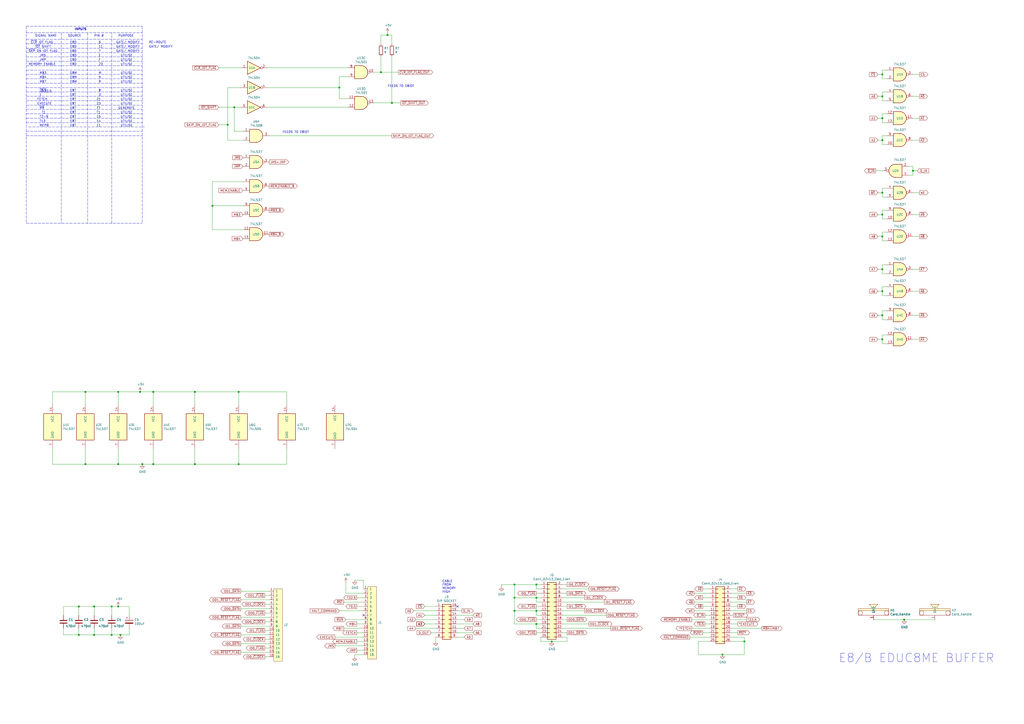
<source format=kicad_sch>
(kicad_sch (version 20211123) (generator eeschema)
  (paper "A2")
  (junction (at 138.43 227.33))
  (junction (at 298.45 354.33))
  (junction (at 113.03 269.24))
  (junction (at 511.81 81.28))
  (junction (at 64.77 351.79))
  (junction (at 135.89 62.23))
  (junction (at 45.72 368.3))
  (junction (at 123.19 119.38))
  (junction (at 529.59 99.06))
  (junction (at 49.53 269.24))
  (junction (at 49.53 227.33))
  (junction (at 88.9 227.33))
  (junction (at 511.81 156.21))
  (junction (at 511.81 196.85))
  (junction (at 132.08 72.39))
  (junction (at 68.58 227.33))
  (junction (at 311.15 346.71))
  (junction (at 113.03 227.33))
  (junction (at 82.55 269.24))
  (junction (at 220.98 41.91))
  (junction (at 138.43 269.24))
  (junction (at 311.15 354.33))
  (junction (at 511.81 68.58))
  (junction (at 511.81 124.46))
  (junction (at 419.1 379.73))
  (junction (at 88.9 269.24))
  (junction (at 68.58 269.24))
  (junction (at 68.58 351.79))
  (junction (at 54.61 368.3))
  (junction (at 524.51 359.41))
  (junction (at 81.28 227.33))
  (junction (at 511.81 137.16))
  (junction (at 320.04 372.11))
  (junction (at 311.15 361.95))
  (junction (at 511.81 55.88))
  (junction (at 69.85 368.3))
  (junction (at 311.15 339.09))
  (junction (at 431.8 372.11))
  (junction (at 196.85 50.8))
  (junction (at 511.81 182.88))
  (junction (at 298.45 339.09))
  (junction (at 224.79 20.32))
  (junction (at 298.45 346.71))
  (junction (at 511.81 43.18))
  (junction (at 54.61 351.79))
  (junction (at 511.81 111.76))
  (junction (at 511.81 168.91))
  (junction (at 227.33 59.69))
  (junction (at 64.77 368.3))
  (junction (at 45.72 351.79))
  (no_connect (at 265.43 351.79))
  (no_connect (at 210.82 356.87))
  (wire (pts (xy 320.04 372.11) (xy 313.69 372.11)))
  (wire (pts (xy 427.99 367.03) (xy 424.18 367.03)))
  (polyline (pts (xy 15.24 33.02) (xy 82.55 33.02)))
  (wire (pts (xy 514.35 78.74) (xy 511.81 78.74)))
  (wire (pts (xy 139.7 373.38) (xy 156.21 373.38)))
  (wire (pts (xy 313.69 372.11) (xy 313.69 369.57)))
  (wire (pts (xy 64.77 356.87) (xy 64.77 351.79)))
  (wire (pts (xy 401.32 359.41) (xy 411.48 359.41)))
  (polyline (pts (xy 15.24 55.88) (xy 82.55 55.88)))
  (wire (pts (xy 135.89 62.23) (xy 135.89 76.2)))
  (wire (pts (xy 246.38 356.87) (xy 252.73 356.87)))
  (wire (pts (xy 427.99 351.79) (xy 424.18 351.79)))
  (wire (pts (xy 298.45 354.33) (xy 311.15 354.33)))
  (wire (pts (xy 511.81 168.91) (xy 509.27 168.91)))
  (wire (pts (xy 227.33 33.02) (xy 227.33 59.69)))
  (wire (pts (xy 511.81 81.28) (xy 509.27 81.28)))
  (wire (pts (xy 407.67 346.71) (xy 411.48 346.71)))
  (polyline (pts (xy 15.24 68.58) (xy 82.55 68.58)))
  (wire (pts (xy 511.81 194.31) (xy 511.81 196.85)))
  (wire (pts (xy 514.35 166.37) (xy 511.81 166.37)))
  (wire (pts (xy 139.7 358.14) (xy 156.21 358.14)))
  (wire (pts (xy 311.15 349.25) (xy 311.15 346.71)))
  (wire (pts (xy 529.59 96.52) (xy 527.05 96.52)))
  (wire (pts (xy 511.81 45.72) (xy 514.35 45.72)))
  (polyline (pts (xy 15.24 50.8) (xy 82.55 50.8)))
  (wire (pts (xy 30.48 260.35) (xy 30.48 269.24)))
  (wire (pts (xy 207.01 351.79) (xy 210.82 351.79)))
  (polyline (pts (xy 15.24 78.74) (xy 82.55 78.74)))
  (wire (pts (xy 511.81 43.18) (xy 509.27 43.18)))
  (wire (pts (xy 49.53 260.35) (xy 49.53 269.24)))
  (wire (pts (xy 154.94 62.23) (xy 201.93 62.23)))
  (wire (pts (xy 326.39 346.71) (xy 339.09 346.71)))
  (polyline (pts (xy 82.55 15.24) (xy 82.55 129.54)))
  (polyline (pts (xy 15.24 63.5) (xy 82.55 63.5)))
  (wire (pts (xy 431.8 369.57) (xy 431.8 372.11)))
  (wire (pts (xy 411.48 341.63) (xy 407.67 341.63)))
  (polyline (pts (xy 15.24 15.24) (xy 82.55 15.24)))
  (wire (pts (xy 166.37 269.24) (xy 166.37 260.35)))
  (wire (pts (xy 74.93 351.79) (xy 74.93 356.87)))
  (wire (pts (xy 511.81 81.28) (xy 511.81 83.82)))
  (wire (pts (xy 328.93 339.09) (xy 326.39 339.09)))
  (wire (pts (xy 511.81 137.16) (xy 511.81 139.7)))
  (wire (pts (xy 64.77 364.49) (xy 64.77 368.3)))
  (wire (pts (xy 511.81 168.91) (xy 511.81 171.45)))
  (wire (pts (xy 529.59 99.06) (xy 529.59 96.52)))
  (wire (pts (xy 200.66 359.41) (xy 210.82 359.41)))
  (wire (pts (xy 311.15 364.49) (xy 311.15 361.95)))
  (wire (pts (xy 511.81 121.92) (xy 511.81 124.46)))
  (wire (pts (xy 154.94 50.8) (xy 196.85 50.8)))
  (wire (pts (xy 54.61 368.3) (xy 64.77 368.3)))
  (wire (pts (xy 153.67 355.6) (xy 156.21 355.6)))
  (wire (pts (xy 196.85 354.33) (xy 210.82 354.33)))
  (polyline (pts (xy 15.24 45.72) (xy 82.55 45.72)))
  (wire (pts (xy 511.81 182.88) (xy 511.81 185.42)))
  (wire (pts (xy 74.93 368.3) (xy 74.93 364.49)))
  (wire (pts (xy 313.69 346.71) (xy 311.15 346.71)))
  (wire (pts (xy 326.39 351.79) (xy 328.93 351.79)))
  (wire (pts (xy 207.01 346.71) (xy 210.82 346.71)))
  (wire (pts (xy 199.39 349.25) (xy 210.82 349.25)))
  (wire (pts (xy 113.03 227.33) (xy 88.9 227.33)))
  (wire (pts (xy 427.99 361.95) (xy 424.18 361.95)))
  (wire (pts (xy 351.79 356.87) (xy 326.39 356.87)))
  (wire (pts (xy 81.28 227.33) (xy 68.58 227.33)))
  (wire (pts (xy 298.45 361.95) (xy 298.45 354.33)))
  (wire (pts (xy 88.9 234.95) (xy 88.9 227.33)))
  (wire (pts (xy 113.03 234.95) (xy 113.03 227.33)))
  (wire (pts (xy 45.72 364.49) (xy 45.72 368.3)))
  (wire (pts (xy 274.32 356.87) (xy 265.43 356.87)))
  (wire (pts (xy 200.66 337.82) (xy 200.66 344.17)))
  (wire (pts (xy 514.35 40.64) (xy 511.81 40.64)))
  (wire (pts (xy 350.52 349.25) (xy 326.39 349.25)))
  (wire (pts (xy 326.39 344.17) (xy 328.93 344.17)))
  (wire (pts (xy 196.85 57.15) (xy 201.93 57.15)))
  (wire (pts (xy 427.99 341.63) (xy 424.18 341.63)))
  (polyline (pts (xy 15.24 22.86) (xy 82.55 22.86)))
  (polyline (pts (xy 16.51 73.66) (xy 83.82 73.66)))
  (wire (pts (xy 36.83 356.87) (xy 36.83 351.79)))
  (wire (pts (xy 401.32 364.49) (xy 411.48 364.49)))
  (wire (pts (xy 311.15 339.09) (xy 313.69 339.09)))
  (wire (pts (xy 405.13 372.11) (xy 405.13 379.73)))
  (wire (pts (xy 511.81 171.45) (xy 514.35 171.45)))
  (wire (pts (xy 511.81 78.74) (xy 511.81 81.28)))
  (polyline (pts (xy 50.8 19.05) (xy 50.8 129.54)))
  (wire (pts (xy 511.81 196.85) (xy 509.27 196.85)))
  (wire (pts (xy 433.07 344.17) (xy 424.18 344.17)))
  (wire (pts (xy 68.58 351.79) (xy 74.93 351.79)))
  (wire (pts (xy 511.81 55.88) (xy 509.27 55.88)))
  (wire (pts (xy 354.33 364.49) (xy 326.39 364.49)))
  (polyline (pts (xy 15.24 66.04) (xy 82.55 66.04)))
  (wire (pts (xy 246.38 361.95) (xy 252.73 361.95)))
  (wire (pts (xy 529.59 137.16) (xy 533.4 137.16)))
  (wire (pts (xy 113.03 269.24) (xy 138.43 269.24)))
  (wire (pts (xy 311.15 361.95) (xy 298.45 361.95)))
  (polyline (pts (xy 35.56 19.05) (xy 35.56 129.54)))
  (wire (pts (xy 49.53 227.33) (xy 30.48 227.33)))
  (wire (pts (xy 514.35 134.62) (xy 511.81 134.62)))
  (wire (pts (xy 326.39 354.33) (xy 339.09 354.33)))
  (wire (pts (xy 529.59 101.6) (xy 529.59 99.06)))
  (wire (pts (xy 36.83 364.49) (xy 36.83 368.3)))
  (wire (pts (xy 511.81 66.04) (xy 511.81 68.58)))
  (wire (pts (xy 441.96 364.49) (xy 424.18 364.49)))
  (wire (pts (xy 509.27 68.58) (xy 511.81 68.58)))
  (wire (pts (xy 224.79 20.32) (xy 220.98 20.32)))
  (wire (pts (xy 328.93 369.57) (xy 328.93 372.11)))
  (wire (pts (xy 311.15 359.41) (xy 313.69 359.41)))
  (wire (pts (xy 511.81 182.88) (xy 509.27 182.88)))
  (wire (pts (xy 529.59 111.76) (xy 533.4 111.76)))
  (wire (pts (xy 274.32 361.95) (xy 265.43 361.95)))
  (wire (pts (xy 529.59 168.91) (xy 533.4 168.91)))
  (wire (pts (xy 127 39.37) (xy 139.7 39.37)))
  (wire (pts (xy 68.58 260.35) (xy 68.58 269.24)))
  (wire (pts (xy 511.81 43.18) (xy 511.81 45.72)))
  (wire (pts (xy 514.35 53.34) (xy 511.81 53.34)))
  (polyline (pts (xy 15.24 30.48) (xy 82.55 30.48)))
  (wire (pts (xy 424.18 359.41) (xy 433.07 359.41)))
  (wire (pts (xy 153.67 365.76) (xy 156.21 365.76)))
  (wire (pts (xy 411.48 372.11) (xy 405.13 372.11)))
  (wire (pts (xy 138.43 234.95) (xy 138.43 227.33)))
  (wire (pts (xy 529.59 99.06) (xy 532.13 99.06)))
  (wire (pts (xy 313.69 361.95) (xy 311.15 361.95)))
  (wire (pts (xy 400.05 369.57) (xy 411.48 369.57)))
  (wire (pts (xy 326.39 361.95) (xy 341.63 361.95)))
  (wire (pts (xy 298.45 339.09) (xy 290.83 339.09)))
  (wire (pts (xy 313.69 356.87) (xy 311.15 356.87)))
  (wire (pts (xy 511.81 199.39) (xy 514.35 199.39)))
  (polyline (pts (xy 15.24 71.12) (xy 82.55 71.12)))
  (wire (pts (xy 217.17 41.91) (xy 220.98 41.91)))
  (wire (pts (xy 123.19 105.41) (xy 123.19 119.38)))
  (wire (pts (xy 220.98 33.02) (xy 220.98 41.91)))
  (wire (pts (xy 514.35 109.22) (xy 511.81 109.22)))
  (wire (pts (xy 511.81 134.62) (xy 511.81 137.16)))
  (polyline (pts (xy 15.24 129.54) (xy 82.55 129.54)))
  (wire (pts (xy 311.15 351.79) (xy 313.69 351.79)))
  (wire (pts (xy 139.7 50.8) (xy 132.08 50.8)))
  (wire (pts (xy 246.38 351.79) (xy 252.73 351.79)))
  (wire (pts (xy 154.94 39.37) (xy 201.93 39.37)))
  (wire (pts (xy 529.59 182.88) (xy 533.4 182.88)))
  (wire (pts (xy 313.69 364.49) (xy 311.15 364.49)))
  (wire (pts (xy 511.81 185.42) (xy 514.35 185.42)))
  (wire (pts (xy 166.37 227.33) (xy 166.37 234.95)))
  (wire (pts (xy 511.81 137.16) (xy 509.27 137.16)))
  (wire (pts (xy 419.1 379.73) (xy 431.8 379.73)))
  (wire (pts (xy 139.7 368.3) (xy 156.21 368.3)))
  (wire (pts (xy 274.32 367.03) (xy 265.43 367.03)))
  (wire (pts (xy 207.01 377.19) (xy 210.82 377.19)))
  (wire (pts (xy 328.93 369.57) (xy 326.39 369.57)))
  (wire (pts (xy 123.19 119.38) (xy 123.19 133.35)))
  (wire (pts (xy 127 72.39) (xy 132.08 72.39)))
  (wire (pts (xy 227.33 59.69) (xy 232.41 59.69)))
  (wire (pts (xy 411.48 344.17) (xy 402.59 344.17)))
  (wire (pts (xy 408.94 361.95) (xy 411.48 361.95)))
  (wire (pts (xy 311.15 367.03) (xy 313.69 367.03)))
  (wire (pts (xy 311.15 346.71) (xy 298.45 346.71)))
  (wire (pts (xy 135.89 76.2) (xy 140.97 76.2)))
  (wire (pts (xy 49.53 234.95) (xy 49.53 227.33)))
  (wire (pts (xy 529.59 55.88) (xy 533.4 55.88)))
  (wire (pts (xy 132.08 50.8) (xy 132.08 72.39)))
  (wire (pts (xy 45.72 356.87) (xy 45.72 351.79)))
  (wire (pts (xy 427.99 346.71) (xy 424.18 346.71)))
  (wire (pts (xy 298.45 346.71) (xy 298.45 354.33)))
  (wire (pts (xy 36.83 351.79) (xy 45.72 351.79)))
  (wire (pts (xy 30.48 269.24) (xy 49.53 269.24)))
  (wire (pts (xy 424.18 372.11) (xy 431.8 372.11)))
  (wire (pts (xy 196.85 50.8) (xy 196.85 57.15)))
  (wire (pts (xy 311.15 354.33) (xy 313.69 354.33)))
  (wire (pts (xy 220.98 41.91) (xy 231.14 41.91)))
  (wire (pts (xy 506.73 359.41) (xy 524.51 359.41)))
  (wire (pts (xy 153.67 350.52) (xy 156.21 350.52)))
  (wire (pts (xy 64.77 368.3) (xy 69.85 368.3)))
  (wire (pts (xy 529.59 81.28) (xy 533.4 81.28)))
  (wire (pts (xy 527.05 101.6) (xy 529.59 101.6)))
  (wire (pts (xy 64.77 351.79) (xy 68.58 351.79)))
  (wire (pts (xy 511.81 71.12) (xy 514.35 71.12)))
  (wire (pts (xy 139.7 347.98) (xy 156.21 347.98)))
  (wire (pts (xy 311.15 356.87) (xy 311.15 354.33)))
  (polyline (pts (xy 64.77 129.54) (xy 64.77 19.05)))
  (wire (pts (xy 514.35 121.92) (xy 511.81 121.92)))
  (wire (pts (xy 196.85 44.45) (xy 201.93 44.45)))
  (polyline (pts (xy 15.24 60.96) (xy 82.55 60.96)))
  (wire (pts (xy 511.81 153.67) (xy 511.81 156.21)))
  (wire (pts (xy 267.97 354.33) (xy 265.43 354.33)))
  (wire (pts (xy 511.81 68.58) (xy 511.81 71.12)))
  (wire (pts (xy 139.7 363.22) (xy 156.21 363.22)))
  (wire (pts (xy 269.24 359.41) (xy 265.43 359.41)))
  (polyline (pts (xy 15.24 19.05) (xy 82.55 19.05)))
  (wire (pts (xy 311.15 341.63) (xy 311.15 339.09)))
  (wire (pts (xy 511.81 58.42) (xy 514.35 58.42)))
  (wire (pts (xy 153.67 345.44) (xy 156.21 345.44)))
  (wire (pts (xy 205.74 379.73) (xy 205.74 381)))
  (wire (pts (xy 511.81 196.85) (xy 511.81 199.39)))
  (wire (pts (xy 313.69 349.25) (xy 311.15 349.25)))
  (wire (pts (xy 269.24 364.49) (xy 265.43 364.49)))
  (wire (pts (xy 139.7 342.9) (xy 156.21 342.9)))
  (wire (pts (xy 313.69 344.17) (xy 311.15 344.17)))
  (wire (pts (xy 241.3 364.49) (xy 252.73 364.49)))
  (polyline (pts (xy 15.24 58.42) (xy 82.55 58.42)))
  (wire (pts (xy 511.81 124.46) (xy 511.81 127)))
  (wire (pts (xy 511.81 156.21) (xy 511.81 158.75)))
  (polyline (pts (xy 15.24 25.4) (xy 82.55 25.4)))
  (wire (pts (xy 298.45 346.71) (xy 298.45 339.09)))
  (wire (pts (xy 88.9 227.33) (xy 81.28 227.33)))
  (wire (pts (xy 224.79 20.32) (xy 224.79 19.05)))
  (wire (pts (xy 45.72 368.3) (xy 54.61 368.3)))
  (wire (pts (xy 207.01 367.03) (xy 210.82 367.03)))
  (wire (pts (xy 88.9 269.24) (xy 113.03 269.24)))
  (wire (pts (xy 196.85 50.8) (xy 196.85 44.45)))
  (polyline (pts (xy 15.24 27.94) (xy 82.55 27.94)))
  (wire (pts (xy 140.97 105.41) (xy 123.19 105.41)))
  (wire (pts (xy 82.55 269.24) (xy 88.9 269.24)))
  (wire (pts (xy 199.39 364.49) (xy 210.82 364.49)))
  (wire (pts (xy 529.59 156.21) (xy 533.4 156.21)))
  (wire (pts (xy 140.97 119.38) (xy 123.19 119.38)))
  (wire (pts (xy 511.81 127) (xy 514.35 127)))
  (wire (pts (xy 529.59 196.85) (xy 533.4 196.85)))
  (wire (pts (xy 511.81 111.76) (xy 509.27 111.76)))
  (wire (pts (xy 402.59 354.33) (xy 411.48 354.33)))
  (wire (pts (xy 511.81 124.46) (xy 509.27 124.46)))
  (wire (pts (xy 514.35 66.04) (xy 511.81 66.04)))
  (wire (pts (xy 511.81 166.37) (xy 511.81 168.91)))
  (wire (pts (xy 269.24 369.57) (xy 265.43 369.57)))
  (wire (pts (xy 326.39 341.63) (xy 341.63 341.63)))
  (wire (pts (xy 529.59 124.46) (xy 533.4 124.46)))
  (wire (pts (xy 405.13 379.73) (xy 419.1 379.73)))
  (wire (pts (xy 407.67 367.03) (xy 411.48 367.03)))
  (wire (pts (xy 250.19 367.03) (xy 252.73 367.03)))
  (wire (pts (xy 153.67 370.84) (xy 156.21 370.84)))
  (polyline (pts (xy 15.24 15.24) (xy 15.24 129.54)))
  (wire (pts (xy 241.3 359.41) (xy 252.73 359.41)))
  (wire (pts (xy 139.7 62.23) (xy 135.89 62.23)))
  (wire (pts (xy 511.81 180.34) (xy 511.81 182.88)))
  (wire (pts (xy 529.59 43.18) (xy 533.4 43.18)))
  (wire (pts (xy 138.43 269.24) (xy 138.43 260.35)))
  (wire (pts (xy 135.89 62.23) (xy 127 62.23)))
  (wire (pts (xy 88.9 260.35) (xy 88.9 269.24)))
  (wire (pts (xy 210.82 379.73) (xy 205.74 379.73)))
  (wire (pts (xy 153.67 360.68) (xy 156.21 360.68)))
  (wire (pts (xy 210.82 341.63) (xy 210.82 336.55)))
  (wire (pts (xy 511.81 99.06) (xy 508 99.06)))
  (wire (pts (xy 424.18 369.57) (xy 431.8 369.57)))
  (wire (pts (xy 54.61 364.49) (xy 54.61 368.3)))
  (wire (pts (xy 227.33 20.32) (xy 224.79 20.32)))
  (wire (pts (xy 511.81 139.7) (xy 514.35 139.7)))
  (wire (pts (xy 408.94 356.87) (xy 411.48 356.87)))
  (wire (pts (xy 328.93 367.03) (xy 326.39 367.03)))
  (wire (pts (xy 511.81 156.21) (xy 509.27 156.21)))
  (wire (pts (xy 68.58 234.95) (xy 68.58 227.33)))
  (polyline (pts (xy 15.24 35.56) (xy 82.55 35.56)))
  (wire (pts (xy 138.43 227.33) (xy 113.03 227.33)))
  (wire (pts (xy 123.19 133.35) (xy 140.97 133.35)))
  (wire (pts (xy 36.83 368.3) (xy 45.72 368.3)))
  (wire (pts (xy 68.58 227.33) (xy 49.53 227.33)))
  (wire (pts (xy 433.07 349.25) (xy 424.18 349.25)))
  (wire (pts (xy 217.17 59.69) (xy 227.33 59.69)))
  (wire (pts (xy 49.53 269.24) (xy 68.58 269.24)))
  (wire (pts (xy 194.31 374.65) (xy 210.82 374.65)))
  (wire (pts (xy 313.69 341.63) (xy 311.15 341.63)))
  (polyline (pts (xy 15.24 43.18) (xy 82.55 43.18)))
  (wire (pts (xy 69.85 368.3) (xy 74.93 368.3)))
  (wire (pts (xy 529.59 68.58) (xy 533.4 68.58)))
  (wire (pts (xy 220.98 20.32) (xy 220.98 25.4)))
  (wire (pts (xy 68.58 269.24) (xy 82.55 269.24)))
  (wire (pts (xy 511.81 53.34) (xy 511.81 55.88)))
  (wire (pts (xy 407.67 351.79) (xy 411.48 351.79)))
  (wire (pts (xy 514.35 153.67) (xy 511.81 153.67)))
  (wire (pts (xy 132.08 72.39) (xy 132.08 81.28)))
  (wire (pts (xy 207.01 372.11) (xy 210.82 372.11)))
  (wire (pts (xy 290.83 339.09) (xy 290.83 340.36)))
  (wire (pts (xy 207.01 361.95) (xy 210.82 361.95)))
  (wire (pts (xy 153.67 375.92) (xy 156.21 375.92)))
  (wire (pts (xy 200.66 344.17) (xy 210.82 344.17)))
  (wire (pts (xy 511.81 109.22) (xy 511.81 111.76)))
  (wire (pts (xy 132.08 81.28) (xy 140.97 81.28)))
  (wire (pts (xy 45.72 351.79) (xy 54.61 351.79)))
  (wire (pts (xy 153.67 381) (xy 156.21 381)))
  (wire (pts (xy 524.51 359.41) (xy 542.29 359.41)))
  (wire (pts (xy 425.45 356.87) (xy 424.18 356.87)))
  (wire (pts (xy 311.15 339.09) (xy 298.45 339.09)))
  (wire (pts (xy 511.81 83.82) (xy 514.35 83.82)))
  (wire (pts (xy 227.33 25.4) (xy 227.33 20.32)))
  (wire (pts (xy 511.81 158.75) (xy 514.35 158.75)))
  (wire (pts (xy 511.81 55.88) (xy 511.81 58.42)))
  (wire (pts (xy 514.35 194.31) (xy 511.81 194.31)))
  (wire (pts (xy 138.43 269.24) (xy 166.37 269.24)))
  (wire (pts (xy 252.73 369.57) (xy 252.73 372.11)))
  (wire (pts (xy 402.59 349.25) (xy 411.48 349.25)))
  (wire (pts (xy 54.61 356.87) (xy 54.61 351.79)))
  (wire (pts (xy 194.31 369.57) (xy 210.82 369.57)))
  (wire (pts (xy 138.43 227.33) (xy 166.37 227.33)))
  (wire (pts (xy 514.35 180.34) (xy 511.81 180.34)))
  (wire (pts (xy 511.81 114.3) (xy 514.35 114.3)))
  (wire (pts (xy 139.7 353.06) (xy 156.21 353.06)))
  (wire (pts (xy 156.21 78.74) (xy 227.33 78.74)))
  (wire (pts (xy 511.81 111.76) (xy 511.81 114.3)))
  (polyline (pts (xy 15.24 76.2) (xy 82.55 76.2)))
  (wire (pts (xy 30.48 227.33) (xy 30.48 234.95)))
  (polyline (pts (xy 15.24 48.26) (xy 82.55 48.26)))
  (wire (pts (xy 431.8 379.73) (xy 431.8 372.11)))
  (wire (pts (xy 113.03 260.35) (xy 113.03 269.24)))
  (polyline (pts (xy 15.24 40.64) (xy 82.55 40.64)))
  (wire (pts (xy 139.7 378.46) (xy 156.21 378.46)))
  (wire (pts (xy 328.93 372.11) (xy 320.04 372.11)))
  (wire (pts (xy 433.07 354.33) (xy 424.18 354.33)))
  (wire (pts (xy 240.03 354.33) (xy 252.73 354.33)))
  (wire (pts (xy 54.61 351.79) (xy 64.77 351.79)))
  (polyline (pts (xy 15.24 53.34) (xy 82.55 53.34)))
  (wire (pts (xy 210.82 336.55) (xy 205.74 336.55)))
  (wire (pts (xy 326.39 359.41) (xy 328.93 359.41)))
  (polyline (pts (xy 15.24 38.1) (xy 82.55 38.1)))
  (wire (pts (xy 511.81 40.64) (xy 511.81 43.18)))
  (text "FEEDS TO E8IOT" (at 163.83 77.47 0) (effects (font (size 1.27 1.27)) (justify left bottom)))
  (text "GATE/ MODIFY" (at 86.36 27.94 0) (effects (font (size 1.27 1.27)) (justify left bottom)))
  (text "SIGNAL NAME" (at 20.32 21.59 0) (effects (font (size 1.27 1.27)) (justify left bottom)))
  (text "23" (at 55.88 60.96 0) (effects (font (size 1.27 1.27)) (justify left bottom)))
  (text "GATE/ MODIFY" (at 67.31 30.48 0) (effects (font (size 1.27 1.27)) (justify left bottom)))
  (text "MB3" (at 22.86 43.18 0) (effects (font (size 1.27 1.27)) (justify left bottom)))
  (text "E8T" (at 40.64 73.66 0) (effects (font (size 1.27 1.27)) (justify left bottom)))
  (text "JMP" (at 22.86 35.56 0) (effects (font (size 1.27 1.27)) (justify left bottom)))
  (text "UTILISE" (at 69.85 43.18 0) (effects (font (size 1.27 1.27)) (justify left bottom)))
  (text "FETCH" (at 21.59 58.42 0) (effects (font (size 1.27 1.27)) (justify left bottom)))
  (text "8" (at 57.15 53.34 0) (effects (font (size 1.27 1.27)) (justify left bottom)))
  (text "MCPB" (at 22.86 73.66 0) (effects (font (size 1.27 1.27)) (justify left bottom)))
  (text "E8D" (at 40.64 38.1 0) (effects (font (size 1.27 1.27)) (justify left bottom)))
  (text "E8T" (at 40.64 68.58 0) (effects (font (size 1.27 1.27)) (justify left bottom)))
  (text "E8T" (at 40.64 60.96 0) (effects (font (size 1.27 1.27)) (justify left bottom)))
  (text "11" (at 55.88 73.66 0) (effects (font (size 1.27 1.27)) (justify left bottom)))
  (text "UTILISE" (at 69.85 55.88 0) (effects (font (size 1.27 1.27)) (justify left bottom)))
  (text "SOURCE" (at 39.37 21.59 0) (effects (font (size 1.27 1.27)) (justify left bottom)))
  (text "UTILISE" (at 69.85 58.42 0) (effects (font (size 1.27 1.27)) (justify left bottom)))
  (text "~{T22.5\n}" (at 22.86 55.88 0) (effects (font (size 1.27 1.27)) (justify left bottom)))
  (text "~{SKP} ON IOT FLAG" (at 16.51 30.48 0) (effects (font (size 1.27 1.27)) (justify left bottom)))
  (text "6" (at 57.15 25.4 0) (effects (font (size 1.27 1.27)) (justify left bottom)))
  (text "R" (at 57.15 48.26 0) (effects (font (size 1.27 1.27)) (justify left bottom)))
  (text "E8M" (at 40.64 45.72 0) (effects (font (size 1.27 1.27)) (justify left bottom)))
  (text "FEEDS TO E8IOT" (at 224.79 50.8 0) (effects (font (size 1.27 1.27)) (justify left bottom)))
  (text "UTILISE" (at 69.85 38.1 0) (effects (font (size 1.27 1.27)) (justify left bottom)))
  (text "GATE/ MODIFY" (at 67.31 27.94 0) (effects (font (size 1.27 1.27)) (justify left bottom)))
  (text "UTILISE" (at 69.85 60.96 0) (effects (font (size 1.27 1.27)) (justify left bottom)))
  (text "UTILISE" (at 69.85 45.72 0) (effects (font (size 1.27 1.27)) (justify left bottom)))
  (text "E8D" (at 40.64 35.56 0) (effects (font (size 1.27 1.27)) (justify left bottom)))
  (text "M" (at 57.15 43.18 0) (effects (font (size 1.27 1.27)) (justify left bottom)))
  (text "GATE/ MODIFY" (at 67.31 25.4 0) (effects (font (size 1.27 1.27)) (justify left bottom)))
  (text "MB7" (at 22.86 48.26 0) (effects (font (size 1.27 1.27)) (justify left bottom)))
  (text "T2-9" (at 22.86 68.58 0) (effects (font (size 1.27 1.27)) (justify left bottom)))
  (text "CABLE\nFROM \nMEMORY \nHIGH" (at 256.54 344.17 0) (effects (font (size 1.27 1.27)) (justify left bottom)))
  (text "RE-ROUTE" (at 86.36 25.4 0) (effects (font (size 1.27 1.27)) (justify left bottom)))
  (text "15" (at 55.88 68.58 0) (effects (font (size 1.27 1.27)) (justify left bottom)))
  (text "3" (at 57.15 55.88 0) (effects (font (size 1.27 1.27)) (justify left bottom)))
  (text "GENERATE" (at 68.58 63.5 0) (effects (font (size 1.27 1.27)) (justify left bottom)))
  (text "~{IOT} SHIFT" (at 20.32 27.94 0) (effects (font (size 1.27 1.27)) (justify left bottom)))
  (text "E8T" (at 40.64 66.04 0) (effects (font (size 1.27 1.27)) (justify left bottom)))
  (text "14" (at 55.88 71.12 0) (effects (font (size 1.27 1.27)) (justify left bottom)))
  (text "E8D" (at 40.64 30.48 0) (effects (font (size 1.27 1.27)) (justify left bottom)))
  (text "T1" (at 55.88 66.04 0) (effects (font (size 1.27 1.27)) (justify left bottom)))
  (text "E8D" (at 40.64 33.02 0) (effects (font (size 1.27 1.27)) (justify left bottom)))
  (text "E8T" (at 40.64 53.34 0) (effects (font (size 1.27 1.27)) (justify left bottom)))
  (text "EXECUTE" (at 21.59 60.96 0) (effects (font (size 1.27 1.27)) (justify left bottom)))
  (text "UTILISE" (at 69.85 71.12 0) (effects (font (size 1.27 1.27)) (justify left bottom)))
  (text "PIN #" (at 54.61 21.59 0) (effects (font (size 1.27 1.27)) (justify left bottom)))
  (text "E8T" (at 40.64 63.5 0) (effects (font (size 1.27 1.27)) (justify left bottom)))
  (text "~{T0.5}" (at 22.86 53.34 0) (effects (font (size 1.27 1.27)) (justify left bottom)))
  (text "E8T" (at 40.64 55.88 0) (effects (font (size 1.27 1.27)) (justify left bottom)))
  (text "??" (at 55.88 63.5 0) (effects (font (size 1.27 1.27)) (justify left bottom)))
  (text "N" (at 57.15 45.72 0) (effects (font (size 1.27 1.27)) (justify left bottom)))
  (text "MEMORY ENABLE" (at 16.51 38.1 0) (effects (font (size 1.27 1.27)) (justify left bottom)))
  (text "~{MR}" (at 22.86 63.5 0) (effects (font (size 1.27 1.27)) (justify left bottom)))
  (text "F" (at 57.15 35.56 0) (effects (font (size 1.27 1.27)) (justify left bottom)))
  (text "UTILISE" (at 69.85 48.26 0) (effects (font (size 1.27 1.27)) (justify left bottom)))
  (text "E8T" (at 40.64 71.12 0) (effects (font (size 1.27 1.27)) (justify left bottom)))
  (text "~{CLR} IOT FLAG" (at 17.78 25.4 0) (effects (font (size 1.27 1.27)) (justify left bottom)))
  (text "UTILISE" (at 69.85 33.02 0) (effects (font (size 1.27 1.27)) (justify left bottom)))
  (text "E8M" (at 40.64 48.26 0) (effects (font (size 1.27 1.27)) (justify left bottom)))
  (text "UTILISE" (at 69.85 66.04 0) (effects (font (size 1.27 1.27)) (justify left bottom)))
  (text "UTILISE" (at 69.85 53.34 0) (effects (font (size 1.27 1.27)) (justify left bottom)))
  (text "T13" (at 22.86 71.12 0) (effects (font (size 1.27 1.27)) (justify left bottom)))
  (text "MB4" (at 22.86 45.72 0) (effects (font (size 1.27 1.27)) (justify left bottom)))
  (text "E8T" (at 40.64 58.42 0) (effects (font (size 1.27 1.27)) (justify left bottom)))
  (text "21" (at 55.88 58.42 0) (effects (font (size 1.27 1.27)) (justify left bottom)))
  (text "E8D" (at 40.64 25.4 0) (effects (font (size 1.27 1.27)) (justify left bottom)))
  (text "7" (at 57.15 30.48 0) (effects (font (size 1.27 1.27)) (justify left bottom)))
  (text "11" (at 57.15 27.94 0) (effects (font (size 1.27 1.27)) (justify left bottom)))
  (text "E8D" (at 40.64 27.94 0) (effects (font (size 1.27 1.27)) (justify left bottom)))
  (text "INPUTS" (at 43.18 17.78 0) (effects (font (size 1.27 1.27) (thickness 0.254) bold italic) (justify left bottom)))
  (text "E8/B EDUC8ME BUFFER" (at 486.41 384.81 0) (effects (font (size 5.0038 5.0038)) (justify left bottom)))
  (text "UTILISE" (at 69.85 73.66 0) (effects (font (size 1.27 1.27)) (justify left bottom)))
  (text "JMS\n" (at 22.86 33.02 0) (effects (font (size 1.27 1.27)) (justify left bottom)))
  (text "UTILISE" (at 69.85 68.58 0) (effects (font (size 1.27 1.27)) (justify left bottom)))
  (text "E8M" (at 40.64 43.18 0) (effects (font (size 1.27 1.27)) (justify left bottom)))
  (text "T1" (at 24.13 66.04 0) (effects (font (size 1.27 1.27)) (justify left bottom)))
  (text "PURPOSE" (at 68.58 21.59 0) (effects (font (size 1.27 1.27)) (justify left bottom)))
  (text "E" (at 57.15 33.02 0) (effects (font (size 1.27 1.27)) (justify left bottom)))
  (text "23" (at 57.15 38.1 0) (effects (font (size 1.27 1.27)) (justify left bottom)))
  (text "UTILISE" (at 69.85 35.56 0) (effects (font (size 1.27 1.27)) (justify left bottom)))
  (global_label "~{A1}" (shape output) (at 427.99 341.63 0) (property "Intersheet References" "${INTERSHEET_REFS}" (effects hide)))
  (global_label "T22.5" (shape output) (at 207.01 346.71 180) (property "Intersheet References" "${INTERSHEET_REFS}" (effects hide)))
  (global_label "~{MEM.ENABLE_B}" (shape output) (at 156.21 107.95 0) (property "Intersheet References" "${INTERSHEET_REFS}" (effects hide)))
  (global_label "ID0_~{FLAG}" (shape output) (at 311.15 344.17 180) (property "Intersheet References" "${INTERSHEET_REFS}" (effects hide)))
  (global_label "OD0_~{CLOCK}" (shape output) (at 339.09 354.33 0) (property "Intersheet References" "${INTERSHEET_REFS}" (effects hide)))
  (global_label "~{MB4_B}" (shape output) (at 156.21 135.89 0) (property "Intersheet References" "${INTERSHEET_REFS}" (effects hide)))
  (global_label "~{RST*}" (shape output) (at 427.99 367.03 0) (property "Intersheet References" "${INTERSHEET_REFS}" (effects hide)))
  (global_label "OD0_~{RESET_FLAG}" (shape output) (at 139.7 358.14 180) (property "Intersheet References" "${INTERSHEET_REFS}" (effects hide)))
  (global_label "A1" (shape input) (at 246.38 356.87 180) (property "Intersheet References" "${INTERSHEET_REFS}" (effects hide)))
  (global_label "D_OUT" (shape input) (at 250.19 367.03 180) (property "Intersheet References" "${INTERSHEET_REFS}" (effects hide)))
  (global_label "T22.5" (shape output) (at 433.07 359.41 0) (property "Intersheet References" "${INTERSHEET_REFS}" (effects hide)))
  (global_label "OD0_~{FLAG}" (shape output) (at 153.67 355.6 180) (property "Intersheet References" "${INTERSHEET_REFS}" (effects hide)))
  (global_label "A8" (shape input) (at 274.32 361.95 0) (property "Intersheet References" "${INTERSHEET_REFS}" (effects hide)))
  (global_label "JMP" (shape output) (at 207.01 377.19 180) (property "Intersheet References" "${INTERSHEET_REFS}" (effects hide)))
  (global_label "JMS" (shape output) (at 194.31 374.65 180) (property "Intersheet References" "${INTERSHEET_REFS}" (effects hide)))
  (global_label "OD0_~{DATA}" (shape output) (at 139.7 353.06 180) (property "Intersheet References" "${INTERSHEET_REFS}" (effects hide)))
  (global_label "~{A6}" (shape output) (at 533.4 168.91 0) (property "Intersheet References" "${INTERSHEET_REFS}" (effects hide)))
  (global_label "~{A5}" (shape output) (at 533.4 182.88 0) (property "Intersheet References" "${INTERSHEET_REFS}" (effects hide)))
  (global_label "~{A8}" (shape output) (at 533.4 137.16 0) (property "Intersheet References" "${INTERSHEET_REFS}" (effects hide)))
  (global_label "HALT_COMMAND" (shape input) (at 196.85 354.33 180) (property "Intersheet References" "${INTERSHEET_REFS}" (effects hide)))
  (global_label "WE" (shape output) (at 533.4 111.76 0) (property "Intersheet References" "${INTERSHEET_REFS}" (effects hide)))
  (global_label "MB4" (shape output) (at 207.01 361.95 180) (property "Intersheet References" "${INTERSHEET_REFS}" (effects hide)))
  (global_label "ID1_~{DATA}" (shape output) (at 139.7 363.22 180) (property "Intersheet References" "${INTERSHEET_REFS}" (effects hide)))
  (global_label "ID0_~{CLOCK}" (shape output) (at 328.93 339.09 0) (property "Intersheet References" "${INTERSHEET_REFS}" (effects hide)))
  (global_label "OD1_~{DATA}" (shape output) (at 328.93 367.03 0) (property "Intersheet References" "${INTERSHEET_REFS}" (effects hide)))
  (global_label "MEM.ENABLE" (shape output) (at 207.01 372.11 180) (property "Intersheet References" "${INTERSHEET_REFS}" (effects hide)))
  (global_label "T0.5" (shape output) (at 207.01 351.79 180) (property "Intersheet References" "${INTERSHEET_REFS}" (effects hide)))
  (global_label "CS" (shape output) (at 433.07 354.33 0) (property "Intersheet References" "${INTERSHEET_REFS}" (effects hide)))
  (global_label "~{A0}" (shape output) (at 407.67 341.63 180) (property "Intersheet References" "${INTERSHEET_REFS}" (effects hide)))
  (global_label "ID1_~{CLOCK}" (shape output) (at 339.09 346.71 0) (property "Intersheet References" "${INTERSHEET_REFS}" (effects hide)))
  (global_label "OD0_~{CLOCK}" (shape output) (at 153.67 360.68 180) (property "Intersheet References" "${INTERSHEET_REFS}" (effects hide)))
  (global_label "~{A2}" (shape output) (at 533.4 81.28 0) (property "Intersheet References" "${INTERSHEET_REFS}" (effects hide)))
  (global_label "MB4" (shape input) (at 140.97 138.43 180) (property "Intersheet References" "${INTERSHEET_REFS}" (effects hide)))
  (global_label "OD0_~{FLAG}" (shape output) (at 311.15 359.41 180) (property "Intersheet References" "${INTERSHEET_REFS}" (effects hide)))
  (global_label "ID1_~{FLAG}" (shape output) (at 153.67 365.76 180) (property "Intersheet References" "${INTERSHEET_REFS}" (effects hide)))
  (global_label "~{RUN*}" (shape output) (at 407.67 367.03 180) (property "Intersheet References" "${INTERSHEET_REFS}" (effects hide)))
  (global_label "A9" (shape input) (at 269.24 359.41 0) (property "Intersheet References" "${INTERSHEET_REFS}" (effects hide)))
  (global_label "*FETCH" (shape output) (at 401.32 364.49 180) (property "Intersheet References" "${INTERSHEET_REFS}" (effects hide)))
  (global_label "A1" (shape input) (at 509.27 68.58 180) (property "Intersheet References" "${INTERSHEET_REFS}" (effects hide)))
  (global_label "WE" (shape output) (at 402.59 354.33 180) (property "Intersheet References" "${INTERSHEET_REFS}" (effects hide)))
  (global_label "~{A9}" (shape output) (at 533.4 124.46 0) (property "Intersheet References" "${INTERSHEET_REFS}" (effects hide)))
  (global_label "~{A1}" (shape output) (at 533.4 68.58 0) (property "Intersheet References" "${INTERSHEET_REFS}" (effects hide)))
  (global_label "ID0_~{RESET_FLAG}" (shape output) (at 139.7 378.46 180) (property "Intersheet References" "${INTERSHEET_REFS}" (effects hide)))
  (global_label "~{RUN}" (shape input) (at 200.66 359.41 180) (property "Intersheet References" "${INTERSHEET_REFS}" (effects hide)))
  (global_label "ID1_~{CLOCK}" (shape output) (at 153.67 370.84 180) (property "Intersheet References" "${INTERSHEET_REFS}" (effects hide)))
  (global_label "~{A0}" (shape output) (at 533.4 55.88 0) (property "Intersheet References" "${INTERSHEET_REFS}" (effects hide)))
  (global_label "ID1_~{FLAG}" (shape output) (at 311.15 351.79 180) (property "Intersheet References" "${INTERSHEET_REFS}" (effects hide)))
  (global_label "MB3" (shape input) (at 140.97 124.46 180) (property "Intersheet References" "${INTERSHEET_REFS}" (effects hide)))
  (global_label "A0" (shape input) (at 240.03 354.33 180) (property "Intersheet References" "${INTERSHEET_REFS}" (effects hide)))
  (global_label "OD1_~{FLAG}" (shape output) (at 153.67 345.44 180) (property "Intersheet References" "${INTERSHEET_REFS}" (effects hide)))
  (global_label "OD1_~{CLOCK}" (shape output) (at 341.63 361.95 0) (property "Intersheet References" "${INTERSHEET_REFS}" (effects hide)))
  (global_label "A4" (shape input) (at 509.27 196.85 180) (property "Intersheet References" "${INTERSHEET_REFS}" (effects hide)))
  (global_label "A5" (shape input) (at 269.24 369.57 0) (property "Intersheet References" "${INTERSHEET_REFS}" (effects hide)))
  (global_label "OD0_~{RESET_FLAG}" (shape output) (at 351.79 356.87 0) (property "Intersheet References" "${INTERSHEET_REFS}" (effects hide)))
  (global_label "ID1_~{RESET_FLAG}" (shape output) (at 350.52 349.25 0) (property "Intersheet References" "${INTERSHEET_REFS}" (effects hide)))
  (global_label "A2" (shape input) (at 509.27 81.28 180) (property "Intersheet References" "${INTERSHEET_REFS}" (effects hide)))
  (global_label "A8" (shape input) (at 509.27 137.16 180) (property "Intersheet References" "${INTERSHEET_REFS}" (effects hide)))
  (global_label "D_IN" (shape output) (at 267.97 354.33 0) (property "Intersheet References" "${INTERSHEET_REFS}" (effects hide)))
  (global_label "D_IN" (shape input) (at 532.13 99.06 0) (property "Intersheet References" "${INTERSHEET_REFS}" (effects hide)))
  (global_label "OD1_~{RESET_FLAG}" (shape output) (at 354.33 364.49 0) (property "Intersheet References" "${INTERSHEET_REFS}" (effects hide)))
  (global_label "JMS+JMP" (shape output) (at 156.21 93.98 0) (property "Intersheet References" "${INTERSHEET_REFS}" (effects hide)))
  (global_label "MB7" (shape output) (at 199.39 364.49 180) (property "Intersheet References" "${INTERSHEET_REFS}" (effects hide)))
  (global_label "ID1_~{RESET_FLAG}" (shape output) (at 139.7 368.3 180) (property "Intersheet References" "${INTERSHEET_REFS}" (effects hide)))
  (global_label "A3" (shape input) (at 246.38 361.95 180) (property "Intersheet References" "${INTERSHEET_REFS}" (effects hide)))
  (global_label "MEM.ENABLE" (shape input) (at 140.97 110.49 180) (property "Intersheet References" "${INTERSHEET_REFS}" (effects hide)))
  (global_label "~{A8}" (shape output) (at 407.67 351.79 180) (property "Intersheet References" "${INTERSHEET_REFS}" (effects hide)))
  (global_label "ID0_~{DATA}" (shape output) (at 328.93 344.17 0) (property "Intersheet References" "${INTERSHEET_REFS}" (effects hide)))
  (global_label "~{CLR_IOT_FLAG}" (shape input) (at 127 39.37 180) (property "Intersheet References" "${INTERSHEET_REFS}" (effects hide)))
  (global_label "~{A3}" (shape output) (at 433.07 344.17 0) (property "Intersheet References" "${INTERSHEET_REFS}" (effects hide)))
  (global_label "A0" (shape input) (at 509.27 55.88 180) (property "Intersheet References" "${INTERSHEET_REFS}" (effects hide)))
  (global_label "~{MB3_B}" (shape output) (at 156.21 121.92 0) (property "Intersheet References" "${INTERSHEET_REFS}" (effects hide)))
  (global_label "ID0_~{RESET_FLAG}" (shape output) (at 341.63 341.63 0) (property "Intersheet References" "${INTERSHEET_REFS}" (effects hide)))
  (global_label "A4" (shape input) (at 241.3 364.49 180) (property "Intersheet References" "${INTERSHEET_REFS}" (effects hide)))
  (global_label "CS" (shape output) (at 533.4 43.18 0) (property "Intersheet References" "${INTERSHEET_REFS}" (effects hide)))
  (global_label "~{A2}" (shape output) (at 402.59 344.17 180) (property "Intersheet References" "${INTERSHEET_REFS}" (effects hide)))
  (global_label "OD1_~{CLOCK}" (shape output) (at 153.67 350.52 180) (property "Intersheet References" "${INTERSHEET_REFS}" (effects hide)))
  (global_label "A6" (shape input) (at 274.32 367.03 0) (property "Intersheet References" "${INTERSHEET_REFS}" (effects hide)))
  (global_label "~{A9}" (shape output) (at 427.99 351.79 0) (property "Intersheet References" "${INTERSHEET_REFS}" (effects hide)))
  (global_label "~{A7}" (shape output) (at 533.4 156.21 0) (property "Intersheet References" "${INTERSHEET_REFS}" (effects hide)))
  (global_label "~{A7}" (shape output) (at 433.07 349.25 0) (property "Intersheet References" "${INTERSHEET_REFS}" (effects hide)))
  (global_label "~{WE}" (shape input) (at 509.27 111.76 180) (property "Intersheet References" "${INTERSHEET_REFS}" (effects hide)))
  (global_label "OD1_~{DATA}" (shape output) (at 139.7 342.9 180) (property "Intersheet References" "${INTERSHEET_REFS}" (effects hide)))
  (global_label "~{D_IN}" (shape output) (at 408.94 356.87 180) (property "Intersheet References" "${INTERSHEET_REFS}" (effects hide)))
  (global_label "FETCH" (shape output) (at 207.01 367.03 180) (property "Intersheet References" "${INTERSHEET_REFS}" (effects hide)))
  (global_label "~{WE}" (shape input) (at 274.32 356.87 0) (property "Intersheet References" "${INTERSHEET_REFS}" (effects hide)))
  (global_label "~{CLR_IOT_FLAG_OUT}" (shape output) (at 231.14 41.91 0) (property "Intersheet References" "${INTERSHEET_REFS}" (effects hide)))
  (global_label "A6" (shape input) (at 509.27 168.91 180) (property "Intersheet References" "${INTERSHEET_REFS}" (effects hide)))
  (global_label "~{CS}" (shape input) (at 246.38 351.79 180) (property "Intersheet References" "${INTERSHEET_REFS}" (effects hide)))
  (global_label "A5" (shape input) (at 509.27 182.88 180) (property "Intersheet References" "${INTERSHEET_REFS}" (effects hide)))
  (global_label "OD1_~{RESET_FLAG}" (shape output) (at 139.7 347.98 180) (property "Intersheet References" "${INTERSHEET_REFS}" (effects hide)))
  (global_label "EXECUTE" (shape output) (at 194.31 369.57 180) (property "Intersheet References" "${INTERSHEET_REFS}" (effects hide)))
  (global_label "*EXECUTE" (shape output) (at 427.99 361.95 0) (property "Intersheet References" "${INTERSHEET_REFS}" (effects hide)))
  (global_label "SKIP_ON_IOT_FLAG_OUT" (shape output) (at 227.33 78.74 0) (property "Intersheet References" "${INTERSHEET_REFS}" (effects hide)))
  (global_label "OD1_~{FLAG}" (shape output) (at 311.15 367.03 180) (property "Intersheet References" "${INTERSHEET_REFS}" (effects hide)))
  (global_label "OD0_~{DATA}" (shape output) (at 328.93 359.41 0) (property "Intersheet References" "${INTERSHEET_REFS}" (effects hide)))
  (global_label "A7" (shape input) (at 509.27 156.21 180) (property "Intersheet References" "${INTERSHEET_REFS}" (effects hide)))
  (global_label "A3" (shape input) (at 246.38 361.95 180) (property "Intersheet References" "${INTERSHEET_REFS}" (effects hide)))
  (global_label "~{D_IN}" (shape output) (at 508 99.06 180) (property "Intersheet References" "${INTERSHEET_REFS}" (effects hide)))
  (global_label "SKIP_ON_IOT_FLAG" (shape input) (at 127 72.39 180) (property "Intersheet References" "${INTERSHEET_REFS}" (effects hide)))
  (global_label "A7" (shape input) (at 269.24 364.49 0) (property "Intersheet References" "${INTERSHEET_REFS}" (effects hide)))
  (global_label "~{HALT_COMMAND}" (shape output) (at 400.05 369.57 180) (property "Intersheet References" "${INTERSHEET_REFS}" (effects hide)))
  (global_label "~{T0.5}" (shape output) (at 408.94 361.95 180) (property "Intersheet References" "${INTERSHEET_REFS}" (effects hide)))
  (global_label "ID1_~{DATA}" (shape output) (at 328.93 351.79 0) (property "Intersheet References" "${INTERSHEET_REFS}" (effects hide)))
  (global_label "~{MEMORY_ENABLE}" (shape output) (at 401.32 359.41 180) (property "Intersheet References" "${INTERSHEET_REFS}" (effects hide)))
  (global_label "~{JMP}" (shape input) (at 140.97 96.52 180) (property "Intersheet References" "${INTERSHEET_REFS}" (effects hide)))
  (global_label "~{A4}" (shape output) (at 407.67 346.71 180) (property "Intersheet References" "${INTERSHEET_REFS}" (effects hide)))
  (global_label "~{A4}" (shape output) (at 533.4 196.85 0) (property "Intersheet References" "${INTERSHEET_REFS}" (effects hide)))
  (global_label "A9" (shape input) (at 509.27 124.46 180) (property "Intersheet References" "${INTERSHEET_REFS}" (effects hide)))
  (global_label "~{RST}" (shape output) (at 199.39 349.25 180) (property "Intersheet References" "${INTERSHEET_REFS}" (effects hide)))
  (global_label "~{IOT_SHIFT}" (shape input) (at 127 62.23 180) (property "Intersheet References" "${INTERSHEET_REFS}" (effects hide)))
  (global_label "~{A5}" (shape output) (at 427.99 346.71 0) (property "Intersheet References" "${INTERSHEET_REFS}" (effects hide)))
  (global_label "ID0_~{FLAG}" (shape output) (at 153.67 375.92 180) (property "Intersheet References" "${INTERSHEET_REFS}" (effects hide)))
  (global_label "ID0_~{DATA}" (shape output) (at 139.7 373.38 180) (property "Intersheet References" "${INTERSHEET_REFS}" (effects hide)))
  (global_label "ID0_~{CLOCK}" (shape output) (at 153.67 381 180) (property "Intersheet References" "${INTERSHEET_REFS}" (effects hide)))
  (global_label "~{D_OUT}" (shape output) (at 425.45 356.87 0) (property "Intersheet References" "${INTERSHEET_REFS}" (effects hide)))
  (global_label "~{CS}" (shape input) (at 509.27 43.18 180) (property "Intersheet References" "${INTERSHEET_REFS}" (effects hide)))
  (global_label "~{IOT_SHIFT_OUT}" (shape output) (at 232.41 59.69 0) (property "Intersheet References" "${INTERSHEET_REFS}" (effects hide)))
  (global_label "~{MB4+}MB7" (shape output) (at 441.96 364.49 0) (property "Intersheet References" "${INTERSHEET_REFS}" (effects hide)))
  (global_label "A2" (shape input) (at 241.3 359.41 180) (property "Intersheet References" "${INTERSHEET_REFS}" (effects hide)))
  (global_label "~{A6}" (shape output) (at 402.59 349.25 180) (property "Intersheet References" "${INTERSHEET_REFS}" (effects hide)))
  (global_label "~{JMS}" (shape input) (at 140.97 91.44 180) (property "Intersheet References" "${INTERSHEET_REFS}" (effects hide)))
  (symbol (lib_id "Connector_Generic:Conn_02x13_Odd_Even") (at 318.77 354.33 0) (unit 1)
    (property "Reference" "J5" (at 320.04 333.5782 0))
    (property "Value" "Conn_02x13_Odd_Even" (at 320.04 335.8896 0))
    (property "Footprint" "Connector_IDC:IDC-Header_2x13_P2.54mm_Horizontal" (effects hide))
  )
  (symbol (lib_id "74xx:74LS04") (at 147.32 39.37 0) (unit 1)
    (property "Reference" "U1" (at 146.05 39.37 0))
    (property "Value" "74LS04" (at 147.32 33.6296 0))
    (property "Datasheet" "http://www.ti.com/lit/gpn/sn74LS04" (effects hide))
  )
  (symbol (lib_id "74xx:74LS04") (at 147.32 50.8 0) (unit 2)
    (property "Reference" "U1" (at 146.05 50.8 0))
    (property "Value" "74LS04" (at 147.32 45.0596 0))
    (property "Datasheet" "http://www.ti.com/lit/gpn/sn74LS04" (effects hide))
  )
  (symbol (lib_id "74xx:74LS04") (at 147.32 62.23 0) (unit 3)
    (property "Reference" "U1" (at 146.05 62.23 0))
    (property "Value" "74LS04" (at 147.32 56.4896 0))
    (property "Datasheet" "http://www.ti.com/lit/gpn/sn74LS04" (effects hide))
  )
  (symbol (lib_id "74xx:74LS04") (at 194.31 247.65 0) (unit 7)
    (property "Reference" "U?" (at 200.152 246.4816 0) (effects (justify left)))
    (property "Value" "74LS04" (at 200.152 248.793 0) (effects (justify left)))
    (property "Datasheet" "http://www.ti.com/lit/gpn/sn74LS04" (effects hide))
  )
  (symbol (lib_id "74xx:74LS08") (at 148.59 78.74 0) (unit 1)
    (property "Reference" "U6" (at 148.59 70.485 0))
    (property "Value" "74LS08" (at 148.59 72.7964 0))
    (property "Datasheet" "http://www.ti.com/lit/gpn/sn74LS08" (effects hide))
  )
  (symbol (lib_id "74xx:74LS01") (at 209.55 41.91 0) (unit 3)
    (property "Reference" "U13" (at 209.55 33.655 0))
    (property "Value" "74LS01" (at 209.55 35.9664 0))
    (property "Datasheet" "http://www.nteinc.com/specs/7400to7499/pdf/nte74LS01.pdf" (effects hide))
  )
  (symbol (lib_id "74xx:74LS01") (at 209.55 59.69 0) (unit 4)
    (property "Reference" "U13" (at 209.55 51.435 0))
    (property "Value" "74LS01" (at 209.55 53.7464 0))
    (property "Datasheet" "http://www.nteinc.com/specs/7400to7499/pdf/nte74LS01.pdf" (effects hide))
  )
  (symbol (lib_id "Device:R") (at 220.98 29.21 0) (unit 1)
    (property "Reference" "R?" (at 222.758 28.0416 0) (effects (justify left)))
    (property "Value" "R" (at 222.758 30.353 0) (effects (justify left)))
    (property "Footprint" "Resistor_THT:R_Axial_DIN0207_L6.3mm_D2.5mm_P15.24mm_Horizontal" (effects hide))
  )
  (symbol (lib_id "Device:R") (at 227.33 29.21 0) (unit 1)
    (property "Reference" "R?" (at 229.108 28.0416 0) (effects (justify left)))
    (property "Value" "R" (at 229.108 30.353 0) (effects (justify left)))
    (property "Footprint" "Resistor_THT:R_Axial_DIN0207_L6.3mm_D2.5mm_P15.24mm_Horizontal" (effects hide))
  )
  (symbol (lib_id "power:+5V") (at 224.79 19.05 0) (unit 1)
    (property "Reference" "#PWR?" (effects hide))
    (property "Value" "+5V" (at 225.171 14.6558 0))
  )
  (symbol (lib_id "power:GND") (at 320.04 372.11 0) (unit 1)
    (property "Reference" "#PWR0120" (effects hide))
    (property "Value" "GND" (at 320.167 376.5042 0))
  )
  (symbol (lib_id "74xx:74LS37") (at 148.59 93.98 0) (unit 1)
    (property "Reference" "U5" (at 148.59 93.98 0))
    (property "Value" "74LS37" (at 148.59 88.0364 0))
    (property "Footprint" "Package_DIP:DIP-14_W7.62mm_Socket_LongPads" (effects hide))
    (property "Datasheet" "http://www.ti.com/lit/gpn/sn74ls37" (effects hide))
  )
  (symbol (lib_id "74xx:74LS37") (at 148.59 107.95 0) (unit 2)
    (property "Reference" "U5" (at 148.59 107.95 0))
    (property "Value" "74LS37" (at 148.59 102.0064 0))
    (property "Footprint" "Package_DIP:DIP-14_W7.62mm_Socket_LongPads" (effects hide))
    (property "Datasheet" "http://www.ti.com/lit/gpn/sn74ls37" (effects hide))
  )
  (symbol (lib_id "74xx:74LS37") (at 148.59 121.92 0) (unit 3)
    (property "Reference" "U5" (at 148.59 121.92 0))
    (property "Value" "74LS37" (at 148.59 115.9764 0))
    (property "Footprint" "Package_DIP:DIP-14_W7.62mm_Socket_LongPads" (effects hide))
    (property "Datasheet" "http://www.ti.com/lit/gpn/sn74ls37" (effects hide))
  )
  (symbol (lib_id "74xx:74LS37") (at 148.59 135.89 0) (unit 4)
    (property "Reference" "U5" (at 148.59 135.89 0))
    (property "Value" "74LS37" (at 148.59 129.9464 0))
    (property "Footprint" "Package_DIP:DIP-14_W7.62mm_Socket_LongPads" (effects hide))
    (property "Datasheet" "http://www.ti.com/lit/gpn/sn74ls37" (effects hide))
  )
  (symbol (lib_id "74xx:74LS37") (at 88.9 247.65 0) (unit 5)
    (property "Reference" "U4" (at 94.742 246.4816 0) (effects (justify left)))
    (property "Value" "74LS37" (at 94.742 248.793 0) (effects (justify left)))
    (property "Footprint" "Package_DIP:DIP-14_W7.62mm_Socket_LongPads" (effects hide))
    (property "Datasheet" "http://www.ti.com/lit/gpn/sn74ls37" (effects hide))
  )
  (symbol (lib_id "74xx:74LS05") (at 138.43 247.65 0) (unit 7)
    (property "Reference" "U6" (at 144.272 246.4816 0) (effects (justify left)))
    (property "Value" "74LS05" (at 144.272 248.793 0) (effects (justify left)))
    (property "Footprint" "Package_DIP:DIP-14_W7.62mm_Socket_LongPads" (effects hide))
    (property "Datasheet" "http://www.ti.com/lit/gpn/sn74LS05" (effects hide))
  )
  (symbol (lib_id "74xx:74LS37") (at 521.97 43.18 0) (unit 1)
    (property "Reference" "U1" (at 521.97 43.18 0))
    (property "Value" "74LS37" (at 521.97 37.2364 0))
    (property "Datasheet" "http://www.ti.com/lit/gpn/sn74ls37" (effects hide))
  )
  (symbol (lib_id "74xx:74LS37") (at 521.97 55.88 0) (unit 2)
    (property "Reference" "U1" (at 521.97 55.88 0))
    (property "Value" "74LS37" (at 521.97 49.9364 0))
    (property "Datasheet" "http://www.ti.com/lit/gpn/sn74ls37" (effects hide))
  )
  (symbol (lib_id "74xx:74LS37") (at 521.97 68.58 0) (unit 4)
    (property "Reference" "U1" (at 521.97 68.58 0))
    (property "Value" "74LS37" (at 521.97 62.6364 0))
    (property "Datasheet" "http://www.ti.com/lit/gpn/sn74ls37" (effects hide))
  )
  (symbol (lib_id "74xx:74LS37") (at 521.97 81.28 0) (unit 3)
    (property "Reference" "U1" (at 521.97 81.28 0))
    (property "Value" "74LS37" (at 521.97 75.3364 0))
    (property "Datasheet" "http://www.ti.com/lit/gpn/sn74ls37" (effects hide))
  )
  (symbol (lib_id "74xx:74LS37") (at 519.43 99.06 180) (unit 1)
    (property "Reference" "U2" (at 519.43 99.06 0))
    (property "Value" "74LS37" (at 521.97 92.71 0))
    (property "Footprint" "Package_DIP:DIP-14_W7.62mm_Socket_LongPads" (effects hide))
    (property "Datasheet" "http://www.ti.com/lit/gpn/sn74ls37" (effects hide))
  )
  (symbol (lib_id "74xx:74LS37") (at 521.97 111.76 0) (unit 2)
    (property "Reference" "U2" (at 521.97 111.76 0))
    (property "Value" "74LS37" (at 521.97 105.8164 0))
    (property "Datasheet" "http://www.ti.com/lit/gpn/sn74ls37" (effects hide))
  )
  (symbol (lib_id "74xx:74LS37") (at 521.97 124.46 0) (unit 3)
    (property "Reference" "U2" (at 521.97 124.46 0))
    (property "Value" "74LS37" (at 521.97 118.5164 0))
    (property "Datasheet" "http://www.ti.com/lit/gpn/sn74ls37" (effects hide))
  )
  (symbol (lib_id "74xx:74LS37") (at 521.97 137.16 0) (unit 4)
    (property "Reference" "U2" (at 521.97 137.16 0))
    (property "Value" "74LS37" (at 521.97 131.2164 0))
    (property "Datasheet" "http://www.ti.com/lit/gpn/sn74ls37" (effects hide))
  )
  (symbol (lib_id "74xx:74LS37") (at 521.97 156.21 0) (unit 1)
    (property "Reference" "U4" (at 521.97 156.21 0))
    (property "Value" "74LS37" (at 521.97 150.2664 0))
    (property "Footprint" "Package_DIP:DIP-14_W7.62mm_Socket_LongPads" (effects hide))
    (property "Datasheet" "http://www.ti.com/lit/gpn/sn74ls37" (effects hide))
  )
  (symbol (lib_id "74xx:74LS37") (at 521.97 168.91 0) (unit 2)
    (property "Reference" "U4" (at 521.97 168.91 0))
    (property "Value" "74LS37" (at 521.97 162.9664 0))
    (property "Datasheet" "http://www.ti.com/lit/gpn/sn74ls37" (effects hide))
  )
  (symbol (lib_id "74xx:74LS37") (at 521.97 182.88 0) (unit 3)
    (property "Reference" "U4" (at 521.97 182.88 0))
    (property "Value" "74LS37" (at 521.97 176.9364 0))
    (property "Datasheet" "http://www.ti.com/lit/gpn/sn74ls37" (effects hide))
  )
  (symbol (lib_id "74xx:74LS37") (at 521.97 196.85 0) (unit 4)
    (property "Reference" "U4" (at 521.97 196.85 0))
    (property "Value" "74LS37" (at 521.97 190.9064 0))
    (property "Datasheet" "http://www.ti.com/lit/gpn/sn74ls37" (effects hide))
  )
  (symbol (lib_id "Connector_Generic:Conn_02x08_Counter_Clockwise") (at 257.81 359.41 0) (unit 1)
    (property "Reference" "J3" (at 259.08 346.2782 0))
    (property "Value" "DIP SOCKET" (at 259.08 348.5896 0))
    (property "Footprint" "Package_DIP:DIP-16_W7.62mm_LongPads" (effects hide))
  )
  (symbol (lib_id "power:GND") (at 252.73 372.11 0) (unit 1)
    (property "Reference" "#PWR0101" (effects hide))
    (property "Value" "GND" (at 252.857 376.5042 0))
  )
  (symbol (lib_id "Buffer-rescue:16-way-pcb-edge-Educ-8-connectors-EDUC-8") (at 213.36 363.22 0) (unit 1)
    (property "Reference" "J1" (at 219.1512 361.188 0) (effects (justify left)))
    (property "Value" "16-way-pcb-edge-Educ-8-connectors" (effects hide))
    (property "Footprint" "Connector_PCBEdge:PCB_16pin" (effects hide))
  )
  (symbol (lib_id "Buffer-rescue:16-way-pcb-edge-Educ-8-connectors-EDUC-8") (at 158.75 364.49 0) (unit 1)
    (property "Reference" "J2" (at 164.5412 362.458 0) (effects (justify left)))
    (property "Value" "16-way-pcb-edge-Educ-8-connectors" (effects hide))
    (property "Footprint" "Connector_PCBEdge:PCB_16pin" (effects hide))
  )
  (symbol (lib_id "power:GND") (at 205.74 336.55 0) (unit 1)
    (property "Reference" "#PWR0103" (effects hide))
    (property "Value" "GND" (at 205.867 340.9442 0))
  )
  (symbol (lib_id "power:+5V") (at 200.66 337.82 0) (unit 1)
    (property "Reference" "#PWR0104" (effects hide))
    (property "Value" "+5V" (at 201.041 333.4258 0))
  )
  (symbol (lib_id "power:GND") (at 205.74 381 0) (unit 1)
    (property "Reference" "#PWR0105" (effects hide))
    (property "Value" "GND" (at 205.867 385.3942 0))
  )
  (symbol (lib_id "Connector_Generic:Conn_02x13_Odd_Even") (at 416.56 356.87 0) (unit 1)
    (property "Reference" "J4" (at 417.83 336.1182 0))
    (property "Value" "Conn_02x13_Odd_Even" (at 417.83 338.4296 0))
    (property "Footprint" "Connector_IDC:IDC-Header_2x13_P2.54mm_Horizontal" (effects hide))
  )
  (symbol (lib_id "74xx:74LS37") (at 68.58 247.65 0) (unit 5)
    (property "Reference" "U3" (at 74.422 246.4816 0) (effects (justify left)))
    (property "Value" "74LS37" (at 74.422 248.793 0) (effects (justify left)))
    (property "Footprint" "Package_DIP:DIP-14_W7.62mm_Socket_LongPads" (effects hide))
    (property "Datasheet" "http://www.ti.com/lit/gpn/sn74ls37" (effects hide))
  )
  (symbol (lib_id "74xx:74LS37") (at 49.53 247.65 0) (unit 5)
    (property "Reference" "U2" (at 55.372 246.4816 0) (effects (justify left)))
    (property "Value" "74LS37" (at 55.372 248.793 0) (effects (justify left)))
    (property "Footprint" "Package_DIP:DIP-14_W7.62mm_Socket_LongPads" (effects hide))
    (property "Datasheet" "http://www.ti.com/lit/gpn/sn74ls37" (effects hide))
  )
  (symbol (lib_id "74xx:74LS37") (at 30.48 247.65 0) (unit 5)
    (property "Reference" "U1" (at 36.322 246.4816 0) (effects (justify left)))
    (property "Value" "74LS37" (at 36.322 248.793 0) (effects (justify left)))
    (property "Footprint" "Package_DIP:DIP-14_W7.62mm_Socket_LongPads" (effects hide))
    (property "Datasheet" "http://www.ti.com/lit/gpn/sn74ls37" (effects hide))
  )
  (symbol (lib_id "74xx:74LS37") (at 113.03 247.65 0) (unit 5)
    (property "Reference" "U5" (at 118.872 246.4816 0) (effects (justify left)))
    (property "Value" "74LS37" (at 118.872 248.793 0) (effects (justify left)))
    (property "Footprint" "Package_DIP:DIP-14_W7.62mm_Socket_LongPads" (effects hide))
    (property "Datasheet" "http://www.ti.com/lit/gpn/sn74ls37" (effects hide))
  )
  (symbol (lib_id "power:+5V") (at 81.28 227.33 0) (unit 1)
    (property "Reference" "#PWR0106" (effects hide))
    (property "Value" "+5V" (at 81.661 222.9358 0))
  )
  (symbol (lib_id "power:GND") (at 82.55 269.24 0) (unit 1)
    (property "Reference" "#PWR0107" (effects hide))
    (property "Value" "GND" (at 82.677 273.6342 0))
  )
  (symbol (lib_id "Buffer-rescue:Card_handle-EDUC-8") (at 506.73 353.06 0) (unit 1)
    (property "Reference" "H1" (at 516.3312 353.9998 0) (effects (justify left)))
    (property "Value" "Card_handle" (at 516.3312 356.3112 0) (effects (justify left)))
    (property "Footprint" "EDUC-8:Card_handle" (effects hide))
  )
  (symbol (lib_id "Buffer-rescue:Card_handle-EDUC-8") (at 542.29 353.06 0) (unit 1)
    (property "Reference" "H2" (at 551.8912 353.9998 0) (effects (justify left)))
    (property "Value" "Card_handle" (at 551.8912 356.3112 0) (effects (justify left)))
    (property "Footprint" "EDUC-8:Card_handle" (effects hide))
  )
  (symbol (lib_id "power:GND") (at 524.51 359.41 0) (unit 1)
    (property "Reference" "#PWR0108" (effects hide))
    (property "Value" "GND" (at 524.637 363.8042 0))
  )
  (symbol (lib_id "power:GND") (at 419.1 379.73 0) (unit 1)
    (property "Reference" "#PWR0109" (effects hide))
    (property "Value" "GND" (at 419.227 384.1242 0))
  )
  (symbol (lib_id "74xx:74LS37") (at 166.37 247.65 0) (unit 5)
    (property "Reference" "U7" (at 172.212 246.4816 0) (effects (justify left)))
    (property "Value" "74LS37" (at 172.212 248.793 0) (effects (justify left)))
    (property "Footprint" "Package_DIP:DIP-14_W7.62mm_Socket_LongPads" (effects hide))
    (property "Datasheet" "http://www.ti.com/lit/gpn/sn74ls37" (effects hide))
  )
  (symbol (lib_id "power:GND") (at 290.83 340.36 0) (unit 1)
    (property "Reference" "#PWR0117" (effects hide))
    (property "Value" "GND" (at 290.957 344.7542 0))
  )
  (symbol (lib_id "Device:C") (at 64.77 360.68 0) (unit 1)
    (property "Reference" "C4" (at 67.691 359.5116 0) (effects (justify left)))
    (property "Value" "470nF" (at 66.04 363.22 0) (effects (justify left)))
    (property "Footprint" "Capacitor_THT:C_Rect_L9.0mm_W3.2mm_P7.50mm_MKT" (effects hide))
  )
  (symbol (lib_id "Buffer-rescue:CP-Device") (at 74.93 360.68 0) (unit 1)
    (property "Reference" "C5" (at 77.9272 359.5116 0) (effects (justify left)))
    (property "Value" "100uF" (at 77.9272 361.823 0) (effects (justify left)))
    (property "Footprint" "Capacitor_THT:CP_Axial_L20.0mm_D10.0mm_P26.00mm_Horizontal" (effects hide))
  )
  (symbol (lib_id "Device:C") (at 54.61 360.68 0) (unit 1)
    (property "Reference" "C3" (at 57.531 359.5116 0) (effects (justify left)))
    (property "Value" "470nF" (at 57.15 363.22 0) (effects (justify left)))
    (property "Footprint" "Capacitor_THT:C_Rect_L9.0mm_W3.2mm_P7.50mm_MKT" (effects hide))
  )
  (symbol (lib_id "Device:C") (at 45.72 360.68 0) (unit 1)
    (property "Reference" "C2" (at 48.641 359.5116 0) (effects (justify left)))
    (property "Value" "470nF" (at 46.99 363.22 0) (effects (justify left)))
    (property "Footprint" "Capacitor_THT:C_Rect_L9.0mm_W3.2mm_P7.50mm_MKT" (effects hide))
  )
  (symbol (lib_id "Device:C") (at 36.83 360.68 0) (unit 1)
    (property "Reference" "C1" (at 39.751 359.5116 0) (effects (justify left)))
    (property "Value" "470nF" (at 38.1 363.22 0) (effects (justify left)))
    (property "Footprint" "Capacitor_THT:C_Rect_L9.0mm_W3.2mm_P7.50mm_MKT" (effects hide))
  )
  (symbol (lib_id "power:+5V") (at 68.58 351.79 0) (unit 1)
    (property "Reference" "#PWR0118" (effects hide))
    (property "Value" "+5V" (at 68.961 347.3958 0))
  )
  (symbol (lib_id "power:GND") (at 69.85 368.3 0) (unit 1)
    (property "Reference" "#PWR0119" (effects hide))
    (property "Value" "GND" (at 69.977 372.6942 0))
  )
)
</source>
